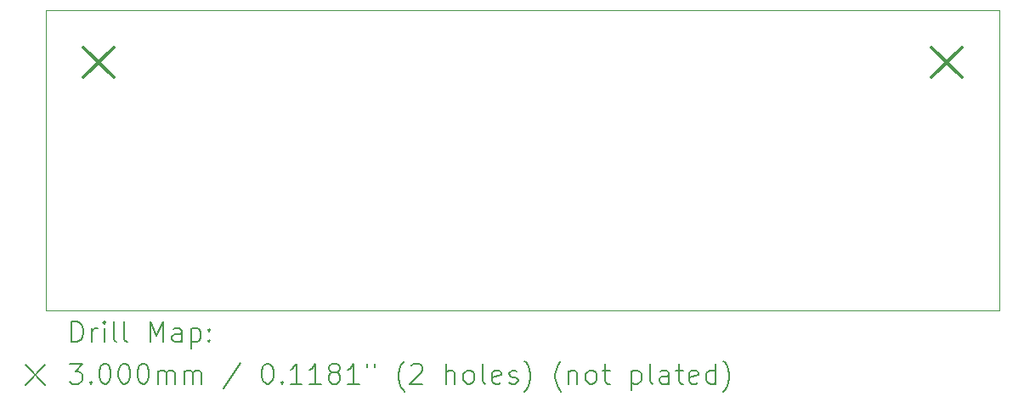
<source format=gbr>
%TF.GenerationSoftware,KiCad,Pcbnew,8.0.3*%
%TF.CreationDate,2025-05-14T17:31:46-04:00*%
%TF.ProjectId,Sp-I,53702d49-2e6b-4696-9361-645f70636258,rev?*%
%TF.SameCoordinates,Original*%
%TF.FileFunction,Drillmap*%
%TF.FilePolarity,Positive*%
%FSLAX45Y45*%
G04 Gerber Fmt 4.5, Leading zero omitted, Abs format (unit mm)*
G04 Created by KiCad (PCBNEW 8.0.3) date 2025-05-14 17:31:46*
%MOMM*%
%LPD*%
G01*
G04 APERTURE LIST*
%ADD10C,0.050000*%
%ADD11C,0.200000*%
%ADD12C,0.300000*%
G04 APERTURE END LIST*
D10*
X10000000Y-12000000D02*
X19500000Y-12000000D01*
X19500000Y-15000000D01*
X10000000Y-15000000D01*
X10000000Y-12000000D01*
D11*
D12*
X10375000Y-12375000D02*
X10675000Y-12675000D01*
X10675000Y-12375000D02*
X10375000Y-12675000D01*
X18825000Y-12375000D02*
X19125000Y-12675000D01*
X19125000Y-12375000D02*
X18825000Y-12675000D01*
D11*
X10258277Y-15313984D02*
X10258277Y-15113984D01*
X10258277Y-15113984D02*
X10305896Y-15113984D01*
X10305896Y-15113984D02*
X10334467Y-15123508D01*
X10334467Y-15123508D02*
X10353515Y-15142555D01*
X10353515Y-15142555D02*
X10363039Y-15161603D01*
X10363039Y-15161603D02*
X10372563Y-15199698D01*
X10372563Y-15199698D02*
X10372563Y-15228269D01*
X10372563Y-15228269D02*
X10363039Y-15266365D01*
X10363039Y-15266365D02*
X10353515Y-15285412D01*
X10353515Y-15285412D02*
X10334467Y-15304460D01*
X10334467Y-15304460D02*
X10305896Y-15313984D01*
X10305896Y-15313984D02*
X10258277Y-15313984D01*
X10458277Y-15313984D02*
X10458277Y-15180650D01*
X10458277Y-15218746D02*
X10467801Y-15199698D01*
X10467801Y-15199698D02*
X10477324Y-15190174D01*
X10477324Y-15190174D02*
X10496372Y-15180650D01*
X10496372Y-15180650D02*
X10515420Y-15180650D01*
X10582086Y-15313984D02*
X10582086Y-15180650D01*
X10582086Y-15113984D02*
X10572563Y-15123508D01*
X10572563Y-15123508D02*
X10582086Y-15133031D01*
X10582086Y-15133031D02*
X10591610Y-15123508D01*
X10591610Y-15123508D02*
X10582086Y-15113984D01*
X10582086Y-15113984D02*
X10582086Y-15133031D01*
X10705896Y-15313984D02*
X10686848Y-15304460D01*
X10686848Y-15304460D02*
X10677324Y-15285412D01*
X10677324Y-15285412D02*
X10677324Y-15113984D01*
X10810658Y-15313984D02*
X10791610Y-15304460D01*
X10791610Y-15304460D02*
X10782086Y-15285412D01*
X10782086Y-15285412D02*
X10782086Y-15113984D01*
X11039229Y-15313984D02*
X11039229Y-15113984D01*
X11039229Y-15113984D02*
X11105896Y-15256841D01*
X11105896Y-15256841D02*
X11172563Y-15113984D01*
X11172563Y-15113984D02*
X11172563Y-15313984D01*
X11353515Y-15313984D02*
X11353515Y-15209222D01*
X11353515Y-15209222D02*
X11343991Y-15190174D01*
X11343991Y-15190174D02*
X11324943Y-15180650D01*
X11324943Y-15180650D02*
X11286848Y-15180650D01*
X11286848Y-15180650D02*
X11267801Y-15190174D01*
X11353515Y-15304460D02*
X11334467Y-15313984D01*
X11334467Y-15313984D02*
X11286848Y-15313984D01*
X11286848Y-15313984D02*
X11267801Y-15304460D01*
X11267801Y-15304460D02*
X11258277Y-15285412D01*
X11258277Y-15285412D02*
X11258277Y-15266365D01*
X11258277Y-15266365D02*
X11267801Y-15247317D01*
X11267801Y-15247317D02*
X11286848Y-15237793D01*
X11286848Y-15237793D02*
X11334467Y-15237793D01*
X11334467Y-15237793D02*
X11353515Y-15228269D01*
X11448753Y-15180650D02*
X11448753Y-15380650D01*
X11448753Y-15190174D02*
X11467801Y-15180650D01*
X11467801Y-15180650D02*
X11505896Y-15180650D01*
X11505896Y-15180650D02*
X11524943Y-15190174D01*
X11524943Y-15190174D02*
X11534467Y-15199698D01*
X11534467Y-15199698D02*
X11543991Y-15218746D01*
X11543991Y-15218746D02*
X11543991Y-15275888D01*
X11543991Y-15275888D02*
X11534467Y-15294936D01*
X11534467Y-15294936D02*
X11524943Y-15304460D01*
X11524943Y-15304460D02*
X11505896Y-15313984D01*
X11505896Y-15313984D02*
X11467801Y-15313984D01*
X11467801Y-15313984D02*
X11448753Y-15304460D01*
X11629705Y-15294936D02*
X11639229Y-15304460D01*
X11639229Y-15304460D02*
X11629705Y-15313984D01*
X11629705Y-15313984D02*
X11620182Y-15304460D01*
X11620182Y-15304460D02*
X11629705Y-15294936D01*
X11629705Y-15294936D02*
X11629705Y-15313984D01*
X11629705Y-15190174D02*
X11639229Y-15199698D01*
X11639229Y-15199698D02*
X11629705Y-15209222D01*
X11629705Y-15209222D02*
X11620182Y-15199698D01*
X11620182Y-15199698D02*
X11629705Y-15190174D01*
X11629705Y-15190174D02*
X11629705Y-15209222D01*
X9797500Y-15542500D02*
X9997500Y-15742500D01*
X9997500Y-15542500D02*
X9797500Y-15742500D01*
X10239229Y-15533984D02*
X10363039Y-15533984D01*
X10363039Y-15533984D02*
X10296372Y-15610174D01*
X10296372Y-15610174D02*
X10324944Y-15610174D01*
X10324944Y-15610174D02*
X10343991Y-15619698D01*
X10343991Y-15619698D02*
X10353515Y-15629222D01*
X10353515Y-15629222D02*
X10363039Y-15648269D01*
X10363039Y-15648269D02*
X10363039Y-15695888D01*
X10363039Y-15695888D02*
X10353515Y-15714936D01*
X10353515Y-15714936D02*
X10343991Y-15724460D01*
X10343991Y-15724460D02*
X10324944Y-15733984D01*
X10324944Y-15733984D02*
X10267801Y-15733984D01*
X10267801Y-15733984D02*
X10248753Y-15724460D01*
X10248753Y-15724460D02*
X10239229Y-15714936D01*
X10448753Y-15714936D02*
X10458277Y-15724460D01*
X10458277Y-15724460D02*
X10448753Y-15733984D01*
X10448753Y-15733984D02*
X10439229Y-15724460D01*
X10439229Y-15724460D02*
X10448753Y-15714936D01*
X10448753Y-15714936D02*
X10448753Y-15733984D01*
X10582086Y-15533984D02*
X10601134Y-15533984D01*
X10601134Y-15533984D02*
X10620182Y-15543508D01*
X10620182Y-15543508D02*
X10629705Y-15553031D01*
X10629705Y-15553031D02*
X10639229Y-15572079D01*
X10639229Y-15572079D02*
X10648753Y-15610174D01*
X10648753Y-15610174D02*
X10648753Y-15657793D01*
X10648753Y-15657793D02*
X10639229Y-15695888D01*
X10639229Y-15695888D02*
X10629705Y-15714936D01*
X10629705Y-15714936D02*
X10620182Y-15724460D01*
X10620182Y-15724460D02*
X10601134Y-15733984D01*
X10601134Y-15733984D02*
X10582086Y-15733984D01*
X10582086Y-15733984D02*
X10563039Y-15724460D01*
X10563039Y-15724460D02*
X10553515Y-15714936D01*
X10553515Y-15714936D02*
X10543991Y-15695888D01*
X10543991Y-15695888D02*
X10534467Y-15657793D01*
X10534467Y-15657793D02*
X10534467Y-15610174D01*
X10534467Y-15610174D02*
X10543991Y-15572079D01*
X10543991Y-15572079D02*
X10553515Y-15553031D01*
X10553515Y-15553031D02*
X10563039Y-15543508D01*
X10563039Y-15543508D02*
X10582086Y-15533984D01*
X10772563Y-15533984D02*
X10791610Y-15533984D01*
X10791610Y-15533984D02*
X10810658Y-15543508D01*
X10810658Y-15543508D02*
X10820182Y-15553031D01*
X10820182Y-15553031D02*
X10829705Y-15572079D01*
X10829705Y-15572079D02*
X10839229Y-15610174D01*
X10839229Y-15610174D02*
X10839229Y-15657793D01*
X10839229Y-15657793D02*
X10829705Y-15695888D01*
X10829705Y-15695888D02*
X10820182Y-15714936D01*
X10820182Y-15714936D02*
X10810658Y-15724460D01*
X10810658Y-15724460D02*
X10791610Y-15733984D01*
X10791610Y-15733984D02*
X10772563Y-15733984D01*
X10772563Y-15733984D02*
X10753515Y-15724460D01*
X10753515Y-15724460D02*
X10743991Y-15714936D01*
X10743991Y-15714936D02*
X10734467Y-15695888D01*
X10734467Y-15695888D02*
X10724944Y-15657793D01*
X10724944Y-15657793D02*
X10724944Y-15610174D01*
X10724944Y-15610174D02*
X10734467Y-15572079D01*
X10734467Y-15572079D02*
X10743991Y-15553031D01*
X10743991Y-15553031D02*
X10753515Y-15543508D01*
X10753515Y-15543508D02*
X10772563Y-15533984D01*
X10963039Y-15533984D02*
X10982086Y-15533984D01*
X10982086Y-15533984D02*
X11001134Y-15543508D01*
X11001134Y-15543508D02*
X11010658Y-15553031D01*
X11010658Y-15553031D02*
X11020182Y-15572079D01*
X11020182Y-15572079D02*
X11029705Y-15610174D01*
X11029705Y-15610174D02*
X11029705Y-15657793D01*
X11029705Y-15657793D02*
X11020182Y-15695888D01*
X11020182Y-15695888D02*
X11010658Y-15714936D01*
X11010658Y-15714936D02*
X11001134Y-15724460D01*
X11001134Y-15724460D02*
X10982086Y-15733984D01*
X10982086Y-15733984D02*
X10963039Y-15733984D01*
X10963039Y-15733984D02*
X10943991Y-15724460D01*
X10943991Y-15724460D02*
X10934467Y-15714936D01*
X10934467Y-15714936D02*
X10924944Y-15695888D01*
X10924944Y-15695888D02*
X10915420Y-15657793D01*
X10915420Y-15657793D02*
X10915420Y-15610174D01*
X10915420Y-15610174D02*
X10924944Y-15572079D01*
X10924944Y-15572079D02*
X10934467Y-15553031D01*
X10934467Y-15553031D02*
X10943991Y-15543508D01*
X10943991Y-15543508D02*
X10963039Y-15533984D01*
X11115420Y-15733984D02*
X11115420Y-15600650D01*
X11115420Y-15619698D02*
X11124944Y-15610174D01*
X11124944Y-15610174D02*
X11143991Y-15600650D01*
X11143991Y-15600650D02*
X11172563Y-15600650D01*
X11172563Y-15600650D02*
X11191610Y-15610174D01*
X11191610Y-15610174D02*
X11201134Y-15629222D01*
X11201134Y-15629222D02*
X11201134Y-15733984D01*
X11201134Y-15629222D02*
X11210658Y-15610174D01*
X11210658Y-15610174D02*
X11229705Y-15600650D01*
X11229705Y-15600650D02*
X11258277Y-15600650D01*
X11258277Y-15600650D02*
X11277324Y-15610174D01*
X11277324Y-15610174D02*
X11286848Y-15629222D01*
X11286848Y-15629222D02*
X11286848Y-15733984D01*
X11382086Y-15733984D02*
X11382086Y-15600650D01*
X11382086Y-15619698D02*
X11391610Y-15610174D01*
X11391610Y-15610174D02*
X11410658Y-15600650D01*
X11410658Y-15600650D02*
X11439229Y-15600650D01*
X11439229Y-15600650D02*
X11458277Y-15610174D01*
X11458277Y-15610174D02*
X11467801Y-15629222D01*
X11467801Y-15629222D02*
X11467801Y-15733984D01*
X11467801Y-15629222D02*
X11477324Y-15610174D01*
X11477324Y-15610174D02*
X11496372Y-15600650D01*
X11496372Y-15600650D02*
X11524943Y-15600650D01*
X11524943Y-15600650D02*
X11543991Y-15610174D01*
X11543991Y-15610174D02*
X11553515Y-15629222D01*
X11553515Y-15629222D02*
X11553515Y-15733984D01*
X11943991Y-15524460D02*
X11772563Y-15781603D01*
X12201134Y-15533984D02*
X12220182Y-15533984D01*
X12220182Y-15533984D02*
X12239229Y-15543508D01*
X12239229Y-15543508D02*
X12248753Y-15553031D01*
X12248753Y-15553031D02*
X12258277Y-15572079D01*
X12258277Y-15572079D02*
X12267801Y-15610174D01*
X12267801Y-15610174D02*
X12267801Y-15657793D01*
X12267801Y-15657793D02*
X12258277Y-15695888D01*
X12258277Y-15695888D02*
X12248753Y-15714936D01*
X12248753Y-15714936D02*
X12239229Y-15724460D01*
X12239229Y-15724460D02*
X12220182Y-15733984D01*
X12220182Y-15733984D02*
X12201134Y-15733984D01*
X12201134Y-15733984D02*
X12182086Y-15724460D01*
X12182086Y-15724460D02*
X12172563Y-15714936D01*
X12172563Y-15714936D02*
X12163039Y-15695888D01*
X12163039Y-15695888D02*
X12153515Y-15657793D01*
X12153515Y-15657793D02*
X12153515Y-15610174D01*
X12153515Y-15610174D02*
X12163039Y-15572079D01*
X12163039Y-15572079D02*
X12172563Y-15553031D01*
X12172563Y-15553031D02*
X12182086Y-15543508D01*
X12182086Y-15543508D02*
X12201134Y-15533984D01*
X12353515Y-15714936D02*
X12363039Y-15724460D01*
X12363039Y-15724460D02*
X12353515Y-15733984D01*
X12353515Y-15733984D02*
X12343991Y-15724460D01*
X12343991Y-15724460D02*
X12353515Y-15714936D01*
X12353515Y-15714936D02*
X12353515Y-15733984D01*
X12553515Y-15733984D02*
X12439229Y-15733984D01*
X12496372Y-15733984D02*
X12496372Y-15533984D01*
X12496372Y-15533984D02*
X12477325Y-15562555D01*
X12477325Y-15562555D02*
X12458277Y-15581603D01*
X12458277Y-15581603D02*
X12439229Y-15591127D01*
X12743991Y-15733984D02*
X12629706Y-15733984D01*
X12686848Y-15733984D02*
X12686848Y-15533984D01*
X12686848Y-15533984D02*
X12667801Y-15562555D01*
X12667801Y-15562555D02*
X12648753Y-15581603D01*
X12648753Y-15581603D02*
X12629706Y-15591127D01*
X12858277Y-15619698D02*
X12839229Y-15610174D01*
X12839229Y-15610174D02*
X12829706Y-15600650D01*
X12829706Y-15600650D02*
X12820182Y-15581603D01*
X12820182Y-15581603D02*
X12820182Y-15572079D01*
X12820182Y-15572079D02*
X12829706Y-15553031D01*
X12829706Y-15553031D02*
X12839229Y-15543508D01*
X12839229Y-15543508D02*
X12858277Y-15533984D01*
X12858277Y-15533984D02*
X12896372Y-15533984D01*
X12896372Y-15533984D02*
X12915420Y-15543508D01*
X12915420Y-15543508D02*
X12924944Y-15553031D01*
X12924944Y-15553031D02*
X12934467Y-15572079D01*
X12934467Y-15572079D02*
X12934467Y-15581603D01*
X12934467Y-15581603D02*
X12924944Y-15600650D01*
X12924944Y-15600650D02*
X12915420Y-15610174D01*
X12915420Y-15610174D02*
X12896372Y-15619698D01*
X12896372Y-15619698D02*
X12858277Y-15619698D01*
X12858277Y-15619698D02*
X12839229Y-15629222D01*
X12839229Y-15629222D02*
X12829706Y-15638746D01*
X12829706Y-15638746D02*
X12820182Y-15657793D01*
X12820182Y-15657793D02*
X12820182Y-15695888D01*
X12820182Y-15695888D02*
X12829706Y-15714936D01*
X12829706Y-15714936D02*
X12839229Y-15724460D01*
X12839229Y-15724460D02*
X12858277Y-15733984D01*
X12858277Y-15733984D02*
X12896372Y-15733984D01*
X12896372Y-15733984D02*
X12915420Y-15724460D01*
X12915420Y-15724460D02*
X12924944Y-15714936D01*
X12924944Y-15714936D02*
X12934467Y-15695888D01*
X12934467Y-15695888D02*
X12934467Y-15657793D01*
X12934467Y-15657793D02*
X12924944Y-15638746D01*
X12924944Y-15638746D02*
X12915420Y-15629222D01*
X12915420Y-15629222D02*
X12896372Y-15619698D01*
X13124944Y-15733984D02*
X13010658Y-15733984D01*
X13067801Y-15733984D02*
X13067801Y-15533984D01*
X13067801Y-15533984D02*
X13048753Y-15562555D01*
X13048753Y-15562555D02*
X13029706Y-15581603D01*
X13029706Y-15581603D02*
X13010658Y-15591127D01*
X13201134Y-15533984D02*
X13201134Y-15572079D01*
X13277325Y-15533984D02*
X13277325Y-15572079D01*
X13572563Y-15810174D02*
X13563039Y-15800650D01*
X13563039Y-15800650D02*
X13543991Y-15772079D01*
X13543991Y-15772079D02*
X13534468Y-15753031D01*
X13534468Y-15753031D02*
X13524944Y-15724460D01*
X13524944Y-15724460D02*
X13515420Y-15676841D01*
X13515420Y-15676841D02*
X13515420Y-15638746D01*
X13515420Y-15638746D02*
X13524944Y-15591127D01*
X13524944Y-15591127D02*
X13534468Y-15562555D01*
X13534468Y-15562555D02*
X13543991Y-15543508D01*
X13543991Y-15543508D02*
X13563039Y-15514936D01*
X13563039Y-15514936D02*
X13572563Y-15505412D01*
X13639229Y-15553031D02*
X13648753Y-15543508D01*
X13648753Y-15543508D02*
X13667801Y-15533984D01*
X13667801Y-15533984D02*
X13715420Y-15533984D01*
X13715420Y-15533984D02*
X13734468Y-15543508D01*
X13734468Y-15543508D02*
X13743991Y-15553031D01*
X13743991Y-15553031D02*
X13753515Y-15572079D01*
X13753515Y-15572079D02*
X13753515Y-15591127D01*
X13753515Y-15591127D02*
X13743991Y-15619698D01*
X13743991Y-15619698D02*
X13629706Y-15733984D01*
X13629706Y-15733984D02*
X13753515Y-15733984D01*
X13991610Y-15733984D02*
X13991610Y-15533984D01*
X14077325Y-15733984D02*
X14077325Y-15629222D01*
X14077325Y-15629222D02*
X14067801Y-15610174D01*
X14067801Y-15610174D02*
X14048753Y-15600650D01*
X14048753Y-15600650D02*
X14020182Y-15600650D01*
X14020182Y-15600650D02*
X14001134Y-15610174D01*
X14001134Y-15610174D02*
X13991610Y-15619698D01*
X14201134Y-15733984D02*
X14182087Y-15724460D01*
X14182087Y-15724460D02*
X14172563Y-15714936D01*
X14172563Y-15714936D02*
X14163039Y-15695888D01*
X14163039Y-15695888D02*
X14163039Y-15638746D01*
X14163039Y-15638746D02*
X14172563Y-15619698D01*
X14172563Y-15619698D02*
X14182087Y-15610174D01*
X14182087Y-15610174D02*
X14201134Y-15600650D01*
X14201134Y-15600650D02*
X14229706Y-15600650D01*
X14229706Y-15600650D02*
X14248753Y-15610174D01*
X14248753Y-15610174D02*
X14258277Y-15619698D01*
X14258277Y-15619698D02*
X14267801Y-15638746D01*
X14267801Y-15638746D02*
X14267801Y-15695888D01*
X14267801Y-15695888D02*
X14258277Y-15714936D01*
X14258277Y-15714936D02*
X14248753Y-15724460D01*
X14248753Y-15724460D02*
X14229706Y-15733984D01*
X14229706Y-15733984D02*
X14201134Y-15733984D01*
X14382087Y-15733984D02*
X14363039Y-15724460D01*
X14363039Y-15724460D02*
X14353515Y-15705412D01*
X14353515Y-15705412D02*
X14353515Y-15533984D01*
X14534468Y-15724460D02*
X14515420Y-15733984D01*
X14515420Y-15733984D02*
X14477325Y-15733984D01*
X14477325Y-15733984D02*
X14458277Y-15724460D01*
X14458277Y-15724460D02*
X14448753Y-15705412D01*
X14448753Y-15705412D02*
X14448753Y-15629222D01*
X14448753Y-15629222D02*
X14458277Y-15610174D01*
X14458277Y-15610174D02*
X14477325Y-15600650D01*
X14477325Y-15600650D02*
X14515420Y-15600650D01*
X14515420Y-15600650D02*
X14534468Y-15610174D01*
X14534468Y-15610174D02*
X14543991Y-15629222D01*
X14543991Y-15629222D02*
X14543991Y-15648269D01*
X14543991Y-15648269D02*
X14448753Y-15667317D01*
X14620182Y-15724460D02*
X14639230Y-15733984D01*
X14639230Y-15733984D02*
X14677325Y-15733984D01*
X14677325Y-15733984D02*
X14696372Y-15724460D01*
X14696372Y-15724460D02*
X14705896Y-15705412D01*
X14705896Y-15705412D02*
X14705896Y-15695888D01*
X14705896Y-15695888D02*
X14696372Y-15676841D01*
X14696372Y-15676841D02*
X14677325Y-15667317D01*
X14677325Y-15667317D02*
X14648753Y-15667317D01*
X14648753Y-15667317D02*
X14629706Y-15657793D01*
X14629706Y-15657793D02*
X14620182Y-15638746D01*
X14620182Y-15638746D02*
X14620182Y-15629222D01*
X14620182Y-15629222D02*
X14629706Y-15610174D01*
X14629706Y-15610174D02*
X14648753Y-15600650D01*
X14648753Y-15600650D02*
X14677325Y-15600650D01*
X14677325Y-15600650D02*
X14696372Y-15610174D01*
X14772563Y-15810174D02*
X14782087Y-15800650D01*
X14782087Y-15800650D02*
X14801134Y-15772079D01*
X14801134Y-15772079D02*
X14810658Y-15753031D01*
X14810658Y-15753031D02*
X14820182Y-15724460D01*
X14820182Y-15724460D02*
X14829706Y-15676841D01*
X14829706Y-15676841D02*
X14829706Y-15638746D01*
X14829706Y-15638746D02*
X14820182Y-15591127D01*
X14820182Y-15591127D02*
X14810658Y-15562555D01*
X14810658Y-15562555D02*
X14801134Y-15543508D01*
X14801134Y-15543508D02*
X14782087Y-15514936D01*
X14782087Y-15514936D02*
X14772563Y-15505412D01*
X15134468Y-15810174D02*
X15124944Y-15800650D01*
X15124944Y-15800650D02*
X15105896Y-15772079D01*
X15105896Y-15772079D02*
X15096372Y-15753031D01*
X15096372Y-15753031D02*
X15086849Y-15724460D01*
X15086849Y-15724460D02*
X15077325Y-15676841D01*
X15077325Y-15676841D02*
X15077325Y-15638746D01*
X15077325Y-15638746D02*
X15086849Y-15591127D01*
X15086849Y-15591127D02*
X15096372Y-15562555D01*
X15096372Y-15562555D02*
X15105896Y-15543508D01*
X15105896Y-15543508D02*
X15124944Y-15514936D01*
X15124944Y-15514936D02*
X15134468Y-15505412D01*
X15210658Y-15600650D02*
X15210658Y-15733984D01*
X15210658Y-15619698D02*
X15220182Y-15610174D01*
X15220182Y-15610174D02*
X15239230Y-15600650D01*
X15239230Y-15600650D02*
X15267801Y-15600650D01*
X15267801Y-15600650D02*
X15286849Y-15610174D01*
X15286849Y-15610174D02*
X15296372Y-15629222D01*
X15296372Y-15629222D02*
X15296372Y-15733984D01*
X15420182Y-15733984D02*
X15401134Y-15724460D01*
X15401134Y-15724460D02*
X15391611Y-15714936D01*
X15391611Y-15714936D02*
X15382087Y-15695888D01*
X15382087Y-15695888D02*
X15382087Y-15638746D01*
X15382087Y-15638746D02*
X15391611Y-15619698D01*
X15391611Y-15619698D02*
X15401134Y-15610174D01*
X15401134Y-15610174D02*
X15420182Y-15600650D01*
X15420182Y-15600650D02*
X15448753Y-15600650D01*
X15448753Y-15600650D02*
X15467801Y-15610174D01*
X15467801Y-15610174D02*
X15477325Y-15619698D01*
X15477325Y-15619698D02*
X15486849Y-15638746D01*
X15486849Y-15638746D02*
X15486849Y-15695888D01*
X15486849Y-15695888D02*
X15477325Y-15714936D01*
X15477325Y-15714936D02*
X15467801Y-15724460D01*
X15467801Y-15724460D02*
X15448753Y-15733984D01*
X15448753Y-15733984D02*
X15420182Y-15733984D01*
X15543992Y-15600650D02*
X15620182Y-15600650D01*
X15572563Y-15533984D02*
X15572563Y-15705412D01*
X15572563Y-15705412D02*
X15582087Y-15724460D01*
X15582087Y-15724460D02*
X15601134Y-15733984D01*
X15601134Y-15733984D02*
X15620182Y-15733984D01*
X15839230Y-15600650D02*
X15839230Y-15800650D01*
X15839230Y-15610174D02*
X15858277Y-15600650D01*
X15858277Y-15600650D02*
X15896373Y-15600650D01*
X15896373Y-15600650D02*
X15915420Y-15610174D01*
X15915420Y-15610174D02*
X15924944Y-15619698D01*
X15924944Y-15619698D02*
X15934468Y-15638746D01*
X15934468Y-15638746D02*
X15934468Y-15695888D01*
X15934468Y-15695888D02*
X15924944Y-15714936D01*
X15924944Y-15714936D02*
X15915420Y-15724460D01*
X15915420Y-15724460D02*
X15896373Y-15733984D01*
X15896373Y-15733984D02*
X15858277Y-15733984D01*
X15858277Y-15733984D02*
X15839230Y-15724460D01*
X16048753Y-15733984D02*
X16029706Y-15724460D01*
X16029706Y-15724460D02*
X16020182Y-15705412D01*
X16020182Y-15705412D02*
X16020182Y-15533984D01*
X16210658Y-15733984D02*
X16210658Y-15629222D01*
X16210658Y-15629222D02*
X16201134Y-15610174D01*
X16201134Y-15610174D02*
X16182087Y-15600650D01*
X16182087Y-15600650D02*
X16143992Y-15600650D01*
X16143992Y-15600650D02*
X16124944Y-15610174D01*
X16210658Y-15724460D02*
X16191611Y-15733984D01*
X16191611Y-15733984D02*
X16143992Y-15733984D01*
X16143992Y-15733984D02*
X16124944Y-15724460D01*
X16124944Y-15724460D02*
X16115420Y-15705412D01*
X16115420Y-15705412D02*
X16115420Y-15686365D01*
X16115420Y-15686365D02*
X16124944Y-15667317D01*
X16124944Y-15667317D02*
X16143992Y-15657793D01*
X16143992Y-15657793D02*
X16191611Y-15657793D01*
X16191611Y-15657793D02*
X16210658Y-15648269D01*
X16277325Y-15600650D02*
X16353515Y-15600650D01*
X16305896Y-15533984D02*
X16305896Y-15705412D01*
X16305896Y-15705412D02*
X16315420Y-15724460D01*
X16315420Y-15724460D02*
X16334468Y-15733984D01*
X16334468Y-15733984D02*
X16353515Y-15733984D01*
X16496373Y-15724460D02*
X16477325Y-15733984D01*
X16477325Y-15733984D02*
X16439230Y-15733984D01*
X16439230Y-15733984D02*
X16420182Y-15724460D01*
X16420182Y-15724460D02*
X16410658Y-15705412D01*
X16410658Y-15705412D02*
X16410658Y-15629222D01*
X16410658Y-15629222D02*
X16420182Y-15610174D01*
X16420182Y-15610174D02*
X16439230Y-15600650D01*
X16439230Y-15600650D02*
X16477325Y-15600650D01*
X16477325Y-15600650D02*
X16496373Y-15610174D01*
X16496373Y-15610174D02*
X16505896Y-15629222D01*
X16505896Y-15629222D02*
X16505896Y-15648269D01*
X16505896Y-15648269D02*
X16410658Y-15667317D01*
X16677325Y-15733984D02*
X16677325Y-15533984D01*
X16677325Y-15724460D02*
X16658277Y-15733984D01*
X16658277Y-15733984D02*
X16620182Y-15733984D01*
X16620182Y-15733984D02*
X16601134Y-15724460D01*
X16601134Y-15724460D02*
X16591611Y-15714936D01*
X16591611Y-15714936D02*
X16582087Y-15695888D01*
X16582087Y-15695888D02*
X16582087Y-15638746D01*
X16582087Y-15638746D02*
X16591611Y-15619698D01*
X16591611Y-15619698D02*
X16601134Y-15610174D01*
X16601134Y-15610174D02*
X16620182Y-15600650D01*
X16620182Y-15600650D02*
X16658277Y-15600650D01*
X16658277Y-15600650D02*
X16677325Y-15610174D01*
X16753515Y-15810174D02*
X16763039Y-15800650D01*
X16763039Y-15800650D02*
X16782087Y-15772079D01*
X16782087Y-15772079D02*
X16791611Y-15753031D01*
X16791611Y-15753031D02*
X16801135Y-15724460D01*
X16801135Y-15724460D02*
X16810658Y-15676841D01*
X16810658Y-15676841D02*
X16810658Y-15638746D01*
X16810658Y-15638746D02*
X16801135Y-15591127D01*
X16801135Y-15591127D02*
X16791611Y-15562555D01*
X16791611Y-15562555D02*
X16782087Y-15543508D01*
X16782087Y-15543508D02*
X16763039Y-15514936D01*
X16763039Y-15514936D02*
X16753515Y-15505412D01*
M02*

</source>
